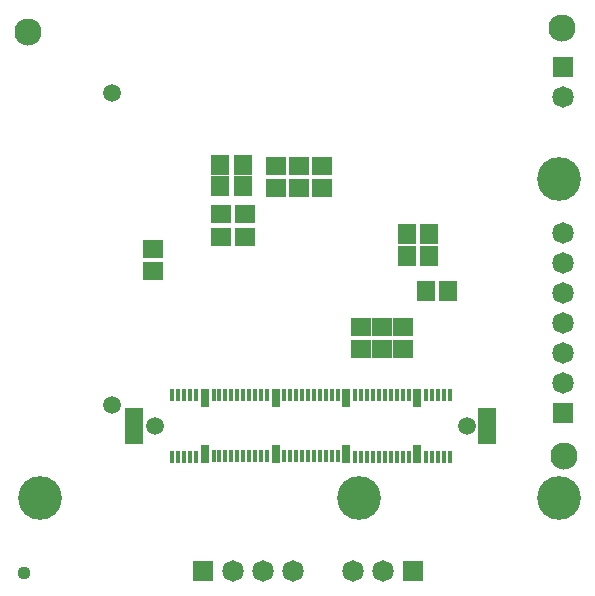
<source format=gbr>
G04 DipTrace 3.2.0.1*
G04 BottomMask.gbr*
%MOIN*%
G04 #@! TF.FileFunction,Soldermask,Bot*
G04 #@! TF.Part,Single*
%AMOUTLINE1*
4,1,4,
0.033465,-0.029528,
-0.033465,-0.029528,
-0.033465,0.029528,
0.033465,0.029528,
0.033465,-0.029528,
0*%
%AMOUTLINE4*
4,1,4,
-0.033465,0.029528,
0.033465,0.029528,
0.033465,-0.029528,
-0.033465,-0.029528,
-0.033465,0.029528,
0*%
%AMOUTLINE7*
4,1,4,
0.029528,0.033465,
0.029528,-0.033465,
-0.029528,-0.033465,
-0.029528,0.033465,
0.029528,0.033465,
0*%
%ADD39C,0.059055*%
%ADD41R,0.011699X0.043199*%
%ADD42R,0.011801X0.043301*%
%ADD43R,0.0275X0.0589*%
%ADD44R,0.0629X0.122*%
%ADD52C,0.044094*%
%ADD53C,0.090551*%
%ADD65C,0.145669*%
%ADD85C,0.071654*%
%ADD89R,0.071654X0.071654*%
%ADD97R,0.066929X0.059055*%
%ADD99R,0.059055X0.066929*%
%ADD105OUTLINE1*%
%ADD108OUTLINE4*%
%ADD111OUTLINE7*%
%FSLAX26Y26*%
G04*
G70*
G90*
G75*
G01*
G04 BotMask*
%LPD*%
D105*
X1381890Y1822835D3*
Y1748031D3*
D108*
X1586614Y1212598D3*
Y1287402D3*
D99*
X1814961Y1523622D3*
X1740157D3*
D97*
X1728346Y1212598D3*
Y1287402D3*
D111*
X1118110Y1755906D3*
X1192913D3*
D108*
X1200787Y1586614D3*
Y1661417D3*
X1303150Y1822835D3*
Y1748031D3*
D97*
X1122047Y1586614D3*
Y1661417D3*
D108*
X1456693Y1822835D3*
Y1748031D3*
D97*
X1657480Y1212598D3*
Y1287402D3*
D99*
X1118110Y1826772D3*
X1192913D3*
D97*
X893701Y1472441D3*
Y1547244D3*
D99*
X1877953Y1405512D3*
X1803150D3*
X1814961Y1594488D3*
X1740157D3*
D89*
X2259843Y2153543D3*
D85*
Y2053543D3*
D39*
X1939780Y956441D3*
X900408D3*
D41*
X1883306Y854232D3*
X1804605Y1058832D3*
X1745604Y854033D3*
Y1058633D3*
X1725907Y854033D3*
X1725806Y1058732D3*
X1706105Y854033D3*
Y1058732D3*
X1686404Y854033D3*
Y1058633D3*
X1666803Y854033D3*
X1883306Y1058633D3*
X1666803D3*
X1647105Y854033D3*
X1647007Y1058732D3*
X1627406Y854033D3*
Y1058732D3*
X1607804Y854033D3*
X1607705Y1058732D3*
X1588104Y854033D3*
X1588005Y1058732D3*
X1568306Y854033D3*
D42*
X1863606Y854133D3*
D41*
X1568306Y1058732D3*
X1509105Y854433D3*
Y1058933D3*
X1489406Y854433D3*
X1489304Y1059133D3*
X1469604Y854433D3*
Y1059133D3*
X1449804Y854433D3*
Y1058933D3*
X1430304Y854433D3*
X1863606Y1058633D3*
X1430304Y1058933D3*
X1410605Y854433D3*
X1410407Y1059133D3*
X1390806Y854433D3*
Y1059133D3*
X1371303Y854433D3*
X1371105Y1059133D3*
X1351605Y854433D3*
X1351404Y1059133D3*
X1331804Y854433D3*
X1843904Y854232D3*
X1331804Y1059133D3*
X1272906Y854433D3*
Y1058832D3*
X1253306Y854433D3*
X1253106Y1059133D3*
X1233407Y854433D3*
Y1059133D3*
X1213605Y854433D3*
Y1058832D3*
X1194105Y854433D3*
X1843904Y1058832D3*
X1194105D3*
X1174404Y854433D3*
X1174303Y1059133D3*
X1154605Y854433D3*
Y1059133D3*
X1135105Y854433D3*
X1134906Y1059133D3*
X1115406Y854433D3*
X1115304Y1059133D3*
X1095606Y854433D3*
X1824304Y854232D3*
X1095606Y1059133D3*
X1036906Y854232D3*
Y1058633D3*
X1017304Y854232D3*
Y1058633D3*
X997605Y854232D3*
Y1058832D3*
X977904Y854232D3*
Y1058832D3*
X958303Y854232D3*
X1824304Y1058832D3*
X958303D3*
D43*
X1775104Y862033D3*
Y1050832D3*
X1538806Y862033D3*
Y1050832D3*
X1302605Y862033D3*
Y1050832D3*
X1066304Y862033D3*
Y1050832D3*
D44*
X2008705Y956433D3*
D41*
X1804605Y854232D3*
D44*
X832104Y956433D3*
D39*
X755906Y1027559D3*
Y2066930D3*
D89*
X1059055Y472441D3*
D85*
X1159055D3*
X1259055D3*
X1359055D3*
D89*
X1759843D3*
D85*
X1659843D3*
X1559843D3*
D89*
X2259843Y1000000D3*
D85*
Y1100000D3*
Y1200000D3*
Y1300000D3*
Y1400000D3*
Y1500000D3*
Y1600000D3*
D65*
X2247780Y1780441D3*
X515780Y716441D3*
X2247780D3*
X1579953D3*
D52*
X464567Y464567D3*
D53*
X476378Y2267717D3*
X2255906Y2283465D3*
X2263780Y854331D3*
M02*

</source>
